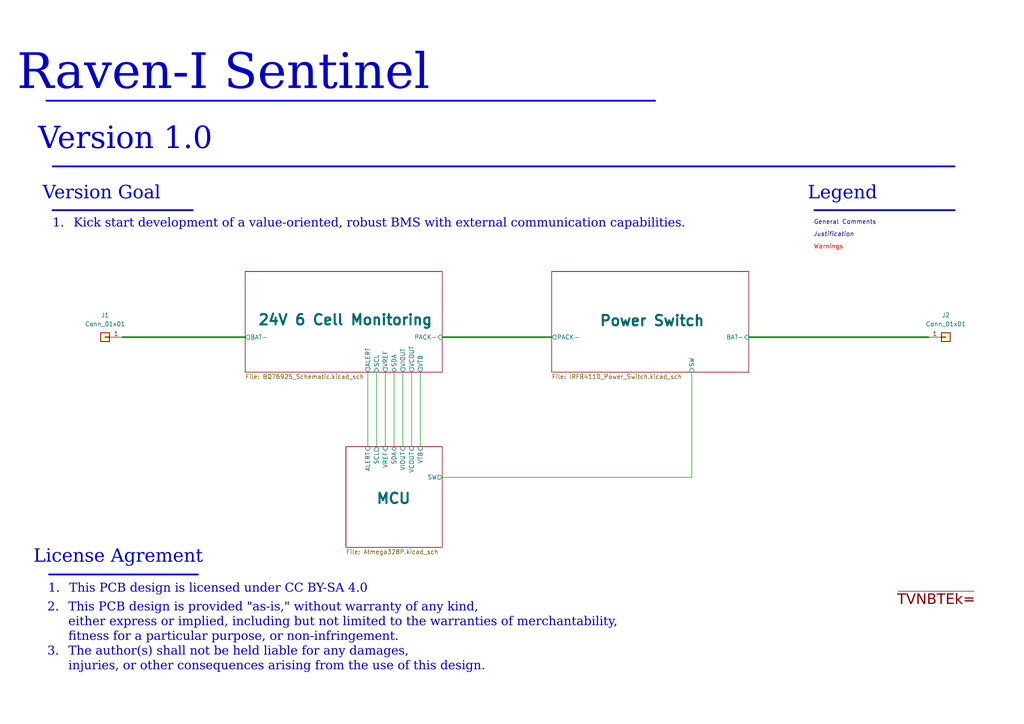
<source format=kicad_sch>
(kicad_sch
	(version 20231120)
	(generator "eeschema")
	(generator_version "8.0")
	(uuid "624a087f-322b-4a70-8c29-0e4f8f018e16")
	(paper "A4")
	(title_block
		(title "Raven-I Sentinel")
		(date "2024-11-23")
		(rev "1.0")
		(company "M S Ali")
	)
	(lib_symbols
		(symbol "BQ76925_ATMEGA328P_6S_20A_BMS:Conn_01x01"
			(pin_names
				(offset 1.016) hide)
			(exclude_from_sim no)
			(in_bom yes)
			(on_board yes)
			(property "Reference" "J"
				(at 0 2.54 0)
				(effects
					(font
						(size 1.27 1.27)
					)
				)
			)
			(property "Value" "Conn_01x01"
				(at 0 -2.54 0)
				(effects
					(font
						(size 1.27 1.27)
					)
				)
			)
			(property "Footprint" ""
				(at 0 0 0)
				(effects
					(font
						(size 1.27 1.27)
					)
					(hide yes)
				)
			)
			(property "Datasheet" "~"
				(at 0 0 0)
				(effects
					(font
						(size 1.27 1.27)
					)
					(hide yes)
				)
			)
			(property "Description" "Generic connector, single row, 01x01, script generated (kicad-library-utils/schlib/autogen/connector/)"
				(at 0 0 0)
				(effects
					(font
						(size 1.27 1.27)
					)
					(hide yes)
				)
			)
			(property "ki_keywords" "connector"
				(at 0 0 0)
				(effects
					(font
						(size 1.27 1.27)
					)
					(hide yes)
				)
			)
			(property "ki_fp_filters" "Connector*:*_1x??_*"
				(at 0 0 0)
				(effects
					(font
						(size 1.27 1.27)
					)
					(hide yes)
				)
			)
			(symbol "Conn_01x01_1_1"
				(rectangle
					(start -1.27 0.127)
					(end 0 -0.127)
					(stroke
						(width 0.1524)
						(type default)
					)
					(fill
						(type none)
					)
				)
				(rectangle
					(start -1.27 1.27)
					(end 1.27 -1.27)
					(stroke
						(width 0.254)
						(type default)
					)
					(fill
						(type background)
					)
				)
				(pin passive line
					(at -5.08 0 0)
					(length 3.81)
					(name "Pin_1"
						(effects
							(font
								(size 1.27 1.27)
							)
						)
					)
					(number "1"
						(effects
							(font
								(size 1.27 1.27)
							)
						)
					)
				)
			)
		)
	)
	(wire
		(pts
			(xy 106.68 107.95) (xy 106.68 129.54)
		)
		(stroke
			(width 0)
			(type default)
		)
		(uuid "03ca799b-825b-4cae-9cdb-883d14d7b63a")
	)
	(wire
		(pts
			(xy 111.76 107.95) (xy 111.76 129.54)
		)
		(stroke
			(width 0)
			(type default)
		)
		(uuid "090f8905-dde7-44b5-b944-fdb45e3964b9")
	)
	(wire
		(pts
			(xy 114.3 107.95) (xy 114.3 129.54)
		)
		(stroke
			(width 0)
			(type default)
		)
		(uuid "10c87b5a-81fc-4ee2-8c15-2110fa8cefd7")
	)
	(wire
		(pts
			(xy 121.92 107.95) (xy 121.92 129.54)
		)
		(stroke
			(width 0)
			(type default)
		)
		(uuid "12ceec78-54f7-4405-825a-2f26d5ef55c5")
	)
	(wire
		(pts
			(xy 200.66 138.43) (xy 200.66 107.95)
		)
		(stroke
			(width 0)
			(type default)
		)
		(uuid "1416d5ca-41a2-45ad-a42a-e67a202d730e")
	)
	(wire
		(pts
			(xy 128.27 138.43) (xy 200.66 138.43)
		)
		(stroke
			(width 0)
			(type default)
		)
		(uuid "1958df6b-a71a-43b7-b2ee-eca7b3fbc952")
	)
	(polyline
		(pts
			(xy 14.224 166.624) (xy 57.404 166.624)
		)
		(stroke
			(width 0.508)
			(type solid)
		)
		(uuid "2d45ff55-b859-4c5d-bea5-130079ab29b9")
	)
	(wire
		(pts
			(xy 35.56 97.79) (xy 71.12 97.79)
		)
		(stroke
			(width 0.5)
			(type default)
		)
		(uuid "3702736a-8f1b-4064-8e9d-0652b01268cd")
	)
	(polyline
		(pts
			(xy 236.22 60.96) (xy 276.86 60.96)
		)
		(stroke
			(width 0.508)
			(type solid)
		)
		(uuid "41af3cde-2811-433a-b836-13f3fe8c109e")
	)
	(polyline
		(pts
			(xy 15.24 48.26) (xy 276.86 48.26)
		)
		(stroke
			(width 0.508)
			(type solid)
		)
		(uuid "443f51ec-3f41-4750-81dc-8320fdf4952a")
	)
	(wire
		(pts
			(xy 109.22 107.95) (xy 109.22 129.54)
		)
		(stroke
			(width 0)
			(type default)
		)
		(uuid "5ea4822a-e6b6-4213-8d38-45edb80d65d1")
	)
	(polyline
		(pts
			(xy 15.24 60.96) (xy 55.88 60.96)
		)
		(stroke
			(width 0.508)
			(type solid)
		)
		(uuid "620cc3a6-1557-4686-b499-2101bd8ee003")
	)
	(wire
		(pts
			(xy 119.38 107.95) (xy 119.38 129.54)
		)
		(stroke
			(width 0)
			(type default)
		)
		(uuid "6aef90ee-8a88-43a4-ba08-fa14e1493499")
	)
	(wire
		(pts
			(xy 217.17 97.79) (xy 269.24 97.79)
		)
		(stroke
			(width 0.5)
			(type default)
		)
		(uuid "782670ef-3d35-4138-933a-25fe41b6b28a")
	)
	(polyline
		(pts
			(xy 13.462 29.21) (xy 189.992 29.21)
		)
		(stroke
			(width 0.508)
			(type solid)
		)
		(uuid "807f074b-b74a-49fd-b188-5d68378d152c")
	)
	(wire
		(pts
			(xy 116.84 107.95) (xy 116.84 129.54)
		)
		(stroke
			(width 0)
			(type default)
		)
		(uuid "9810f327-9c48-46f8-8e66-a90dc09be8e6")
	)
	(wire
		(pts
			(xy 128.27 97.79) (xy 160.02 97.79)
		)
		(stroke
			(width 0.5)
			(type default)
		)
		(uuid "9abbb6fc-34d8-4596-8d88-ac2ad1c966b8")
	)
	(text "1.	This PCB design is licensed under CC BY-SA 4.0"
		(exclude_from_sim no)
		(at 13.97 171.45 0)
		(effects
			(font
				(face "Times New Roman")
				(size 2.54 2.54)
			)
			(justify left)
			(href "https://creativecommons.org/licenses/by-sa/4.0/")
		)
		(uuid "069af0e2-ef62-4566-a664-06095b678ff2")
	)
	(text "Justification"
		(exclude_from_sim no)
		(at 241.808 68.072 0)
		(effects
			(font
				(size 1.27 1.27)
				(italic yes)
			)
		)
		(uuid "485bfaad-61da-4cb7-8349-52e2e6de434c")
	)
	(text "1.	Kick start development of a value-oriented, robust BMS with external communication capabilities."
		(exclude_from_sim no)
		(at 15.24 65.532 0)
		(effects
			(font
				(face "Times New Roman")
				(size 2.54 2.54)
			)
			(justify left)
		)
		(uuid "59ff7015-8c9a-4abd-a67c-257297033946")
	)
	(text "~{TVNBTEk=}"
		(exclude_from_sim no)
		(at 271.526 175.26 0)
		(effects
			(font
				(face "Symbol")
				(size 3 3)
				(color 132 0 0 1)
			)
		)
		(uuid "651c2dff-27f7-4566-9b21-54b43488e83f")
	)
	(text "License Agrement"
		(exclude_from_sim no)
		(at 34.29 162.56 0)
		(effects
			(font
				(face "Times New Roman")
				(size 3.81 3.81)
			)
		)
		(uuid "9522e7dc-9c7d-4679-bef8-f7aa9d43f5cb")
	)
	(text "Warnings"
		(exclude_from_sim no)
		(at 240.284 71.628 0)
		(effects
			(font
				(size 1.27 1.27)
				(color 255 0 0 1)
			)
		)
		(uuid "a85aea3c-e39d-42f9-bd38-214b03ab4b27")
	)
	(text "2. 	This PCB design is provided \"as-is,\" without warranty of any kind,\n	either express or implied, including but not limited to the warranties of merchantability, \n	fitness for a particular purpose, or non-infringement. \n3. 	The author(s) shall not be held liable for any damages,\n	injuries, or other consequences arising from the use of this design."
		(exclude_from_sim no)
		(at 13.716 185.42 0)
		(effects
			(font
				(face "Times New Roman")
				(size 2.54 2.54)
			)
			(justify left)
		)
		(uuid "b6bdb0b8-11d1-46b8-bd7d-40cd3d6b5743")
	)
	(text "General Comments"
		(exclude_from_sim no)
		(at 245.11 64.516 0)
		(effects
			(font
				(size 1.27 1.27)
			)
		)
		(uuid "b6bdeaa1-b09d-4374-af08-0e5830a31242")
	)
	(text "Version ${REVISION}"
		(exclude_from_sim no)
		(at 36.322 42.164 0)
		(effects
			(font
				(face "Times New Roman")
				(size 6.35 6.35)
			)
		)
		(uuid "b9d810bf-9e4b-47dc-bd55-35585804a7d9")
	)
	(text "Raven-I Sentinel"
		(exclude_from_sim no)
		(at 64.77 24.13 0)
		(effects
			(font
				(face "Times New Roman")
				(size 10.16 10.16)
			)
		)
		(uuid "c7fae0cf-b2cf-4212-842f-38990f255f55")
	)
	(text "Version Goal"
		(exclude_from_sim no)
		(at 29.464 57.15 0)
		(effects
			(font
				(face "Times New Roman")
				(size 3.81 3.81)
			)
		)
		(uuid "dad9e308-a04c-4724-a874-22eb134e821a")
	)
	(text "Legend"
		(exclude_from_sim no)
		(at 244.348 57.15 0)
		(effects
			(font
				(face "Times New Roman")
				(size 3.81 3.81)
			)
		)
		(uuid "e4b11032-c2cb-40c8-a136-f9deb0c035a2")
	)
	(symbol
		(lib_id "BQ76925_ATMEGA328P_6S_20A_BMS:Conn_01x01")
		(at 30.48 97.79 0)
		(mirror y)
		(unit 1)
		(exclude_from_sim no)
		(in_bom yes)
		(on_board yes)
		(dnp no)
		(fields_autoplaced yes)
		(uuid "ada920ca-8dbc-49c6-b21a-ba734e8af7b4")
		(property "Reference" "J1"
			(at 30.48 91.44 0)
			(effects
				(font
					(size 1.27 1.27)
				)
			)
		)
		(property "Value" "Conn_01x01"
			(at 30.48 93.98 0)
			(effects
				(font
					(size 1.27 1.27)
				)
			)
		)
		(property "Footprint" ""
			(at 30.48 97.79 0)
			(effects
				(font
					(size 1.27 1.27)
				)
				(hide yes)
			)
		)
		(property "Datasheet" "~"
			(at 30.48 97.79 0)
			(effects
				(font
					(size 1.27 1.27)
				)
				(hide yes)
			)
		)
		(property "Description" "Generic connector, single row, 01x01, script generated (kicad-library-utils/schlib/autogen/connector/)"
			(at 30.48 97.79 0)
			(effects
				(font
					(size 1.27 1.27)
				)
				(hide yes)
			)
		)
		(pin "1"
			(uuid "dcc7749a-dbe7-444e-99a0-91d318ffd8b1")
		)
		(instances
			(project "BQ76925_ATMEGA328P_6S_20A_BMS"
				(path "/624a087f-322b-4a70-8c29-0e4f8f018e16"
					(reference "J1")
					(unit 1)
				)
			)
		)
	)
	(symbol
		(lib_id "BQ76925_ATMEGA328P_6S_20A_BMS:Conn_01x01")
		(at 274.32 97.79 0)
		(unit 1)
		(exclude_from_sim no)
		(in_bom yes)
		(on_board yes)
		(dnp no)
		(uuid "caa6e11f-e0d8-4c9f-8ddb-f0195c4473c9")
		(property "Reference" "J2"
			(at 274.32 91.44 0)
			(effects
				(font
					(size 1.27 1.27)
				)
			)
		)
		(property "Value" "Conn_01x01"
			(at 274.32 93.98 0)
			(effects
				(font
					(size 1.27 1.27)
				)
			)
		)
		(property "Footprint" ""
			(at 274.32 97.79 0)
			(effects
				(font
					(size 1.27 1.27)
				)
				(hide yes)
			)
		)
		(property "Datasheet" "~"
			(at 274.32 97.79 0)
			(effects
				(font
					(size 1.27 1.27)
				)
				(hide yes)
			)
		)
		(property "Description" "Generic connector, single row, 01x01, script generated (kicad-library-utils/schlib/autogen/connector/)"
			(at 274.32 97.79 0)
			(effects
				(font
					(size 1.27 1.27)
				)
				(hide yes)
			)
		)
		(pin "1"
			(uuid "106325f3-305a-471d-bbee-aab0a4140b84")
		)
		(instances
			(project "BQ76925_ATMEGA328P_6S_20A_BMS"
				(path "/624a087f-322b-4a70-8c29-0e4f8f018e16"
					(reference "J2")
					(unit 1)
				)
			)
		)
	)
	(sheet
		(at 71.12 78.74)
		(size 57.15 29.21)
		(stroke
			(width 0.1524)
			(type solid)
		)
		(fill
			(color 0 0 0 0.0000)
		)
		(uuid "87862f27-26e3-4a63-80aa-70bc4698f5cc")
		(property "Sheetname" "24V 6 Cell Monitoring"
			(at 74.676 94.488 0)
			(effects
				(font
					(size 3 3)
					(bold yes)
				)
				(justify left bottom)
			)
		)
		(property "Sheetfile" "BQ76925_Schematic.kicad_sch"
			(at 71.12 108.5346 0)
			(effects
				(font
					(size 1.27 1.27)
				)
				(justify left top)
			)
		)
		(pin "BAT-" output
			(at 71.12 97.79 180)
			(effects
				(font
					(size 1.27 1.27)
				)
				(justify left)
			)
			(uuid "fd2f3bff-9dbb-4490-8f4b-21b5b9d9e9b0")
		)
		(pin "ALERT" output
			(at 106.68 107.95 270)
			(effects
				(font
					(size 1.27 1.27)
				)
				(justify left)
			)
			(uuid "bac7698f-5396-4a4a-bca1-e64de2df6edb")
		)
		(pin "VIOUT" output
			(at 116.84 107.95 270)
			(effects
				(font
					(size 1.27 1.27)
				)
				(justify left)
			)
			(uuid "5f93d9a0-1c0e-4b97-808b-b2eb48105714")
		)
		(pin "VCOUT" output
			(at 119.38 107.95 270)
			(effects
				(font
					(size 1.27 1.27)
				)
				(justify left)
			)
			(uuid "00dfc5f1-58d8-4c11-8655-6d7d6f1d8278")
		)
		(pin "SCL" input
			(at 109.22 107.95 270)
			(effects
				(font
					(size 1.27 1.27)
				)
				(justify left)
			)
			(uuid "e9021465-9c9e-4a13-abf0-8966385dc510")
		)
		(pin "VREF" output
			(at 111.76 107.95 270)
			(effects
				(font
					(size 1.27 1.27)
				)
				(justify left)
			)
			(uuid "d1f41643-76db-4111-be03-b3b9124c30b5")
		)
		(pin "SDA" bidirectional
			(at 114.3 107.95 270)
			(effects
				(font
					(size 1.27 1.27)
				)
				(justify left)
			)
			(uuid "33bb2ea5-0279-4ab3-b91e-b411bbf30bae")
		)
		(pin "PACK-" input
			(at 128.27 97.79 0)
			(effects
				(font
					(size 1.27 1.27)
				)
				(justify right)
			)
			(uuid "b4515c2b-a483-4b3c-b625-a2faed0a3ffb")
		)
		(pin "VTB" output
			(at 121.92 107.95 270)
			(effects
				(font
					(size 1.27 1.27)
				)
				(justify left)
			)
			(uuid "2df693d7-1e99-4fbf-9f62-6db86a0dd2dc")
		)
		(instances
			(project "BQ76925_ATMEGA328P_6S_20A_BMS"
				(path "/624a087f-322b-4a70-8c29-0e4f8f018e16"
					(page "2")
				)
			)
		)
	)
	(sheet
		(at 160.02 78.74)
		(size 57.15 29.21)
		(stroke
			(width 0.1524)
			(type solid)
		)
		(fill
			(color 0 0 0 0.0000)
		)
		(uuid "8ac54c25-c4c2-47e9-9217-d0c10d04e631")
		(property "Sheetname" "Power Switch"
			(at 173.736 94.742 0)
			(effects
				(font
					(size 3 3)
					(bold yes)
				)
				(justify left bottom)
			)
		)
		(property "Sheetfile" "IRFB4110_Power_Switch.kicad_sch"
			(at 160.02 108.5346 0)
			(effects
				(font
					(size 1.27 1.27)
				)
				(justify left top)
			)
		)
		(pin "SW" input
			(at 200.66 107.95 270)
			(effects
				(font
					(size 1.27 1.27)
				)
				(justify left)
			)
			(uuid "13b4daa4-05b2-4eb3-9371-bd20807e9d8f")
		)
		(pin "PACK-" output
			(at 160.02 97.79 180)
			(effects
				(font
					(size 1.27 1.27)
				)
				(justify left)
			)
			(uuid "5f017eae-56a8-446b-b6eb-e8cb0fd9d1a8")
		)
		(pin "BAT-" input
			(at 217.17 97.79 0)
			(effects
				(font
					(size 1.27 1.27)
				)
				(justify right)
			)
			(uuid "507532b2-97ef-4dbd-a395-cb37fc820406")
		)
		(instances
			(project "BQ76925_ATMEGA328P_6S_20A_BMS"
				(path "/624a087f-322b-4a70-8c29-0e4f8f018e16"
					(page "3")
				)
			)
		)
	)
	(sheet
		(at 100.33 129.54)
		(size 27.94 29.21)
		(stroke
			(width 0.1524)
			(type solid)
		)
		(fill
			(color 0 0 0 0.0000)
		)
		(uuid "e88de734-726e-4991-811a-b88126c63525")
		(property "Sheetname" "MCU"
			(at 108.966 146.304 0)
			(effects
				(font
					(size 3 3)
					(bold yes)
				)
				(justify left bottom)
			)
		)
		(property "Sheetfile" "Atmega328P.kicad_sch"
			(at 100.33 159.3346 0)
			(effects
				(font
					(size 1.27 1.27)
				)
				(justify left top)
			)
		)
		(pin "VIOUT" input
			(at 116.84 129.54 90)
			(effects
				(font
					(size 1.27 1.27)
				)
				(justify right)
			)
			(uuid "2babc18c-708f-4d29-b9ec-8c41aea01669")
		)
		(pin "SDA" bidirectional
			(at 114.3 129.54 90)
			(effects
				(font
					(size 1.27 1.27)
				)
				(justify right)
			)
			(uuid "a5e93dc1-90d3-4ab8-9f6b-82b876869d2a")
		)
		(pin "VCOUT" input
			(at 119.38 129.54 90)
			(effects
				(font
					(size 1.27 1.27)
				)
				(justify right)
			)
			(uuid "bdad1ccf-e392-4151-82c0-67b5b67717d5")
		)
		(pin "VREF" input
			(at 111.76 129.54 90)
			(effects
				(font
					(size 1.27 1.27)
				)
				(justify right)
			)
			(uuid "83ecd72d-b0bd-4be7-aa8b-507c760f161b")
		)
		(pin "ALERT" input
			(at 106.68 129.54 90)
			(effects
				(font
					(size 1.27 1.27)
				)
				(justify right)
			)
			(uuid "4f4581c4-734f-469d-b2c7-0d76733ca8d5")
		)
		(pin "SCL" output
			(at 109.22 129.54 90)
			(effects
				(font
					(size 1.27 1.27)
				)
				(justify right)
			)
			(uuid "8477130d-ba6d-4d99-b200-3dda22659151")
		)
		(pin "VTB" input
			(at 121.92 129.54 90)
			(effects
				(font
					(size 1.27 1.27)
				)
				(justify right)
			)
			(uuid "00d91034-4c87-4a4c-9aab-41c1803be52a")
		)
		(pin "SW" output
			(at 128.27 138.43 0)
			(effects
				(font
					(size 1.27 1.27)
				)
				(justify right)
			)
			(uuid "65862744-f57f-45d4-ae68-1128ab270a62")
		)
		(instances
			(project "BQ76925_ATMEGA328P_6S_20A_BMS"
				(path "/624a087f-322b-4a70-8c29-0e4f8f018e16"
					(page "4")
				)
			)
		)
	)
	(sheet_instances
		(path "/"
			(page "1")
		)
	)
)
</source>
